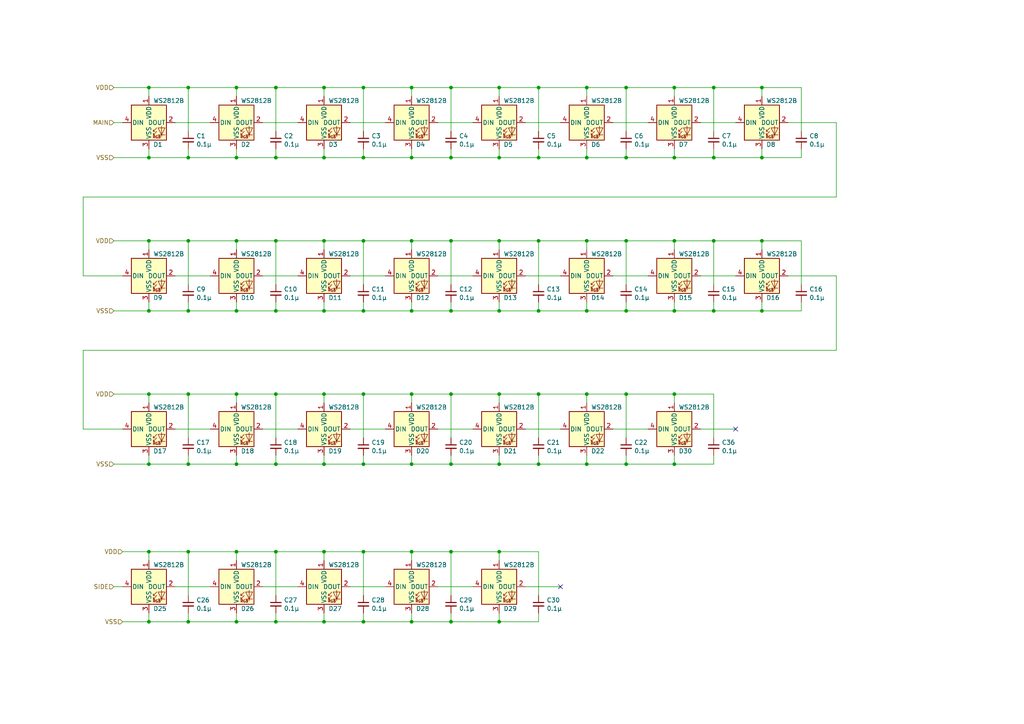
<source format=kicad_sch>
(kicad_sch (version 20230121) (generator eeschema)
  (paper "A4")
  (title_block (title "Self contained addressible RGB ring for 3M 501") (date "2024-01-06") (rev "r0") (company "xenua"))
  (lib_symbols
    (symbol "Device:C_Small" (pin_numbers hide) (pin_names (offset 0.254) hide)
      (property "Reference" "C" (at 0.254 1.778 0))
      (property "Value" "C_Small" (at 0.254 -2.032 0))
      (symbol "C_Small_0_1"
        (polyline (pts (xy -1.524 -0.508) (xy 1.524 -0.508)) (stroke (width 0.3302)))
        (polyline (pts (xy -1.524 0.508) (xy 1.524 0.508)) (stroke (width 0.3048)))
      )
      (symbol "C_Small_1_1"
        (pin passive line (at 0 2.54 270) (length 2.032) (name "~") (number "1"))
        (pin passive line (at 0 -2.54 90) (length 2.032) (name "~") (number "2"))
      )
    )
    (symbol "LED:WS2812B" (pin_names (offset 0.254))
      (property "Reference" "D" (at 5.08 5.715 0))
      (property "Value" "WS2812B" (at 1.27 -5.715 0))
      (symbol "WS2812B_0_0"
        (text "RGB" (at 2.286 -4.191 0) (effects (font (size 0.762 0.762))))
      )
      (symbol "WS2812B_0_1"
        (polyline (pts (xy 1.27 -3.556) (xy 1.778 -3.556)))
        (polyline (pts (xy 1.27 -2.54) (xy 1.778 -2.54)))
        (polyline (pts (xy 4.699 -3.556) (xy 2.667 -3.556)))
        (polyline (pts (xy 2.286 -2.54) (xy 1.27 -3.556) (xy 1.27 -3.048)))
        (polyline (pts (xy 2.286 -1.524) (xy 1.27 -2.54) (xy 1.27 -2.032)))
        (polyline (pts (xy 3.683 -1.016) (xy 3.683 -3.556) (xy 3.683 -4.064)))
        (polyline (pts (xy 4.699 -1.524) (xy 2.667 -1.524) (xy 3.683 -3.556) (xy 4.699 -1.524)))
        (rectangle (start 5.08 5.08) (end -5.08 -5.08) (stroke (width 0.254)) (fill (type background)))
      )
      (symbol "WS2812B_1_1"
        (pin power_in line (at 0 7.62 270) (length 2.54) (name "VDD") (number "1"))
        (pin output line (at 7.62 0 180) (length 2.54) (name "DOUT") (number "2"))
        (pin power_in line (at 0 -7.62 90) (length 2.54) (name "VSS") (number "3"))
        (pin input line (at -7.62 0 0) (length 2.54) (name "DIN") (number "4"))
      )
    )
  )
  (junction (at 105.41 25.4))
  (junction (at 144.78 114.3))
  (junction (at 144.78 90.17))
  (junction (at 156.21 114.3))
  (junction (at 207.01 90.17))
  (junction (at 80.01 160.02))
  (junction (at 80.01 114.3))
  (junction (at 119.38 160.02))
  (junction (at 68.58 25.4))
  (junction (at 119.38 25.4))
  (junction (at 68.58 114.3))
  (junction (at 54.61 114.3))
  (junction (at 43.18 25.4))
  (junction (at 220.98 45.72))
  (junction (at 119.38 134.62))
  (junction (at 170.18 114.3))
  (junction (at 170.18 69.85))
  (junction (at 195.58 45.72))
  (junction (at 43.18 69.85))
  (junction (at 80.01 180.34))
  (junction (at 207.01 25.4))
  (junction (at 130.81 160.02))
  (junction (at 80.01 25.4))
  (junction (at 105.41 160.02))
  (junction (at 93.98 180.34))
  (junction (at 119.38 45.72))
  (junction (at 144.78 69.85))
  (junction (at 130.81 45.72))
  (junction (at 68.58 45.72))
  (junction (at 119.38 69.85))
  (junction (at 195.58 25.4))
  (junction (at 144.78 45.72))
  (junction (at 181.61 25.4))
  (junction (at 43.18 45.72))
  (junction (at 195.58 90.17))
  (junction (at 144.78 160.02))
  (junction (at 156.21 45.72))
  (junction (at 220.98 69.85))
  (junction (at 220.98 90.17))
  (junction (at 68.58 90.17))
  (junction (at 80.01 134.62))
  (junction (at 156.21 134.62))
  (junction (at 105.41 90.17))
  (junction (at 105.41 134.62))
  (junction (at 130.81 69.85))
  (junction (at 68.58 134.62))
  (junction (at 93.98 25.4))
  (junction (at 156.21 69.85))
  (junction (at 144.78 180.34))
  (junction (at 54.61 160.02))
  (junction (at 80.01 69.85))
  (junction (at 43.18 180.34))
  (junction (at 105.41 114.3))
  (junction (at 195.58 114.3))
  (junction (at 105.41 180.34))
  (junction (at 43.18 114.3))
  (junction (at 54.61 180.34))
  (junction (at 54.61 69.85))
  (junction (at 144.78 134.62))
  (junction (at 144.78 25.4))
  (junction (at 170.18 134.62))
  (junction (at 170.18 45.72))
  (junction (at 93.98 69.85))
  (junction (at 80.01 90.17))
  (junction (at 170.18 25.4))
  (junction (at 130.81 90.17))
  (junction (at 195.58 134.62))
  (junction (at 156.21 90.17))
  (junction (at 80.01 45.72))
  (junction (at 119.38 90.17))
  (junction (at 181.61 134.62))
  (junction (at 93.98 90.17))
  (junction (at 105.41 45.72))
  (junction (at 119.38 180.34))
  (junction (at 68.58 69.85))
  (junction (at 207.01 69.85))
  (junction (at 181.61 114.3))
  (junction (at 130.81 114.3))
  (junction (at 93.98 114.3))
  (junction (at 220.98 25.4))
  (junction (at 195.58 69.85))
  (junction (at 43.18 90.17))
  (junction (at 93.98 134.62))
  (junction (at 181.61 69.85))
  (junction (at 130.81 25.4))
  (junction (at 181.61 45.72))
  (junction (at 130.81 134.62))
  (junction (at 93.98 45.72))
  (junction (at 43.18 134.62))
  (junction (at 54.61 25.4))
  (junction (at 68.58 160.02))
  (junction (at 93.98 160.02))
  (junction (at 170.18 90.17))
  (junction (at 54.61 90.17))
  (junction (at 156.21 25.4))
  (junction (at 119.38 114.3))
  (junction (at 43.18 160.02))
  (junction (at 54.61 134.62))
  (junction (at 68.58 180.34))
  (junction (at 181.61 90.17))
  (junction (at 105.41 69.85))
  (junction (at 207.01 45.72))
  (junction (at 130.81 180.34))
  (junction (at 54.61 45.72))
  (no_connect (at 213.36 124.46))
  (no_connect (at 162.56 170.18))
  (wire (pts (xy 43.18 25.4) (xy 43.18 27.94)))
  (wire (pts (xy 33.02 114.3) (xy 43.18 114.3)))
  (wire (pts (xy 144.78 160.02) (xy 144.78 162.56)))
  (wire (pts (xy 80.01 114.3) (xy 68.58 114.3)))
  (wire (pts (xy 76.2 170.18) (xy 86.36 170.18)))
  (wire (pts (xy 54.61 134.62) (xy 43.18 134.62)))
  (wire (pts (xy 80.01 160.02) (xy 80.01 172.72)))
  (wire (pts (xy 43.18 45.72) (xy 43.18 43.18)))
  (wire (pts (xy 54.61 45.72) (xy 68.58 45.72)))
  (wire (pts (xy 24.13 57.15) (xy 24.13 80.01)))
  (wire (pts (xy 80.01 160.02) (xy 93.98 160.02)))
  (wire (pts (xy 68.58 180.34) (xy 68.58 177.8)))
  (wire (pts (xy 105.41 45.72) (xy 93.98 45.72)))
  (wire (pts (xy 195.58 90.17) (xy 195.58 87.63)))
  (wire (pts (xy 54.61 132.08) (xy 54.61 134.62)))
  (wire (pts (xy 24.13 80.01) (xy 35.56 80.01)))
  (wire (pts (xy 207.01 38.1) (xy 207.01 25.4)))
  (wire (pts (xy 76.2 35.56) (xy 86.36 35.56)))
  (wire (pts (xy 130.81 180.34) (xy 144.78 180.34)))
  (wire (pts (xy 54.61 38.1) (xy 54.61 25.4)))
  (wire (pts (xy 181.61 45.72) (xy 170.18 45.72)))
  (wire (pts (xy 101.6 124.46) (xy 111.76 124.46)))
  (wire (pts (xy 130.81 82.55) (xy 130.81 69.85)))
  (wire (pts (xy 33.02 25.4) (xy 43.18 25.4)))
  (wire (pts (xy 35.56 160.02) (xy 43.18 160.02)))
  (wire (pts (xy 80.01 69.85) (xy 93.98 69.85)))
  (wire (pts (xy 80.01 134.62) (xy 93.98 134.62)))
  (wire (pts (xy 156.21 90.17) (xy 144.78 90.17)))
  (wire (pts (xy 80.01 43.18) (xy 80.01 45.72)))
  (wire (pts (xy 80.01 90.17) (xy 93.98 90.17)))
  (wire (pts (xy 43.18 114.3) (xy 43.18 116.84)))
  (wire (pts (xy 43.18 180.34) (xy 43.18 177.8)))
  (wire (pts (xy 242.57 57.15) (xy 24.13 57.15)))
  (wire (pts (xy 156.21 45.72) (xy 144.78 45.72)))
  (wire (pts (xy 119.38 134.62) (xy 119.38 132.08)))
  (wire (pts (xy 130.81 38.1) (xy 130.81 25.4)))
  (wire (pts (xy 242.57 101.6) (xy 24.13 101.6)))
  (wire (pts (xy 105.41 45.72) (xy 119.38 45.72)))
  (wire (pts (xy 54.61 127) (xy 54.61 114.3)))
  (wire (pts (xy 232.41 82.55) (xy 232.41 69.85)))
  (wire (pts (xy 156.21 45.72) (xy 170.18 45.72)))
  (wire (pts (xy 207.01 69.85) (xy 195.58 69.85)))
  (wire (pts (xy 152.4 124.46) (xy 162.56 124.46)))
  (wire (pts (xy 80.01 180.34) (xy 80.01 177.8)))
  (wire (pts (xy 93.98 45.72) (xy 93.98 43.18)))
  (wire (pts (xy 68.58 45.72) (xy 68.58 43.18)))
  (wire (pts (xy 127 35.56) (xy 137.16 35.56)))
  (wire (pts (xy 105.41 134.62) (xy 119.38 134.62)))
  (wire (pts (xy 93.98 114.3) (xy 93.98 116.84)))
  (wire (pts (xy 93.98 134.62) (xy 93.98 132.08)))
  (wire (pts (xy 130.81 180.34) (xy 130.81 177.8)))
  (wire (pts (xy 144.78 180.34) (xy 156.21 180.34)))
  (wire (pts (xy 207.01 25.4) (xy 195.58 25.4)))
  (wire (pts (xy 54.61 87.63) (xy 54.61 90.17)))
  (wire (pts (xy 181.61 45.72) (xy 195.58 45.72)))
  (wire (pts (xy 181.61 132.08) (xy 181.61 134.62)))
  (wire (pts (xy 93.98 180.34) (xy 93.98 177.8)))
  (wire (pts (xy 105.41 69.85) (xy 119.38 69.85)))
  (wire (pts (xy 156.21 114.3) (xy 170.18 114.3)))
  (wire (pts (xy 68.58 25.4) (xy 68.58 27.94)))
  (wire (pts (xy 80.01 87.63) (xy 80.01 90.17)))
  (wire (pts (xy 105.41 90.17) (xy 119.38 90.17)))
  (wire (pts (xy 119.38 180.34) (xy 119.38 177.8)))
  (wire (pts (xy 181.61 25.4) (xy 170.18 25.4)))
  (wire (pts (xy 93.98 69.85) (xy 93.98 72.39)))
  (wire (pts (xy 144.78 90.17) (xy 144.78 87.63)))
  (wire (pts (xy 156.21 69.85) (xy 170.18 69.85)))
  (wire (pts (xy 156.21 38.1) (xy 156.21 25.4)))
  (wire (pts (xy 130.81 134.62) (xy 144.78 134.62)))
  (wire (pts (xy 207.01 134.62) (xy 195.58 134.62)))
  (wire (pts (xy 181.61 90.17) (xy 195.58 90.17)))
  (wire (pts (xy 105.41 87.63) (xy 105.41 90.17)))
  (wire (pts (xy 119.38 160.02) (xy 130.81 160.02)))
  (wire (pts (xy 54.61 45.72) (xy 43.18 45.72)))
  (wire (pts (xy 181.61 134.62) (xy 170.18 134.62)))
  (wire (pts (xy 43.18 180.34) (xy 54.61 180.34)))
  (wire (pts (xy 54.61 25.4) (xy 43.18 25.4)))
  (wire (pts (xy 207.01 82.55) (xy 207.01 69.85)))
  (wire (pts (xy 105.41 134.62) (xy 93.98 134.62)))
  (wire (pts (xy 144.78 160.02) (xy 156.21 160.02)))
  (wire (pts (xy 207.01 43.18) (xy 207.01 45.72)))
  (wire (pts (xy 144.78 180.34) (xy 144.78 177.8)))
  (wire (pts (xy 119.38 180.34) (xy 130.81 180.34)))
  (wire (pts (xy 170.18 90.17) (xy 170.18 87.63)))
  (wire (pts (xy 50.8 124.46) (xy 60.96 124.46)))
  (wire (pts (xy 54.61 82.55) (xy 54.61 69.85)))
  (wire (pts (xy 242.57 35.56) (xy 242.57 57.15)))
  (wire (pts (xy 130.81 25.4) (xy 144.78 25.4)))
  (wire (pts (xy 156.21 82.55) (xy 156.21 69.85)))
  (wire (pts (xy 130.81 43.18) (xy 130.81 45.72)))
  (wire (pts (xy 54.61 69.85) (xy 68.58 69.85)))
  (wire (pts (xy 80.01 69.85) (xy 68.58 69.85)))
  (wire (pts (xy 232.41 38.1) (xy 232.41 25.4)))
  (wire (pts (xy 170.18 134.62) (xy 170.18 132.08)))
  (wire (pts (xy 242.57 80.01) (xy 242.57 101.6)))
  (wire (pts (xy 68.58 160.02) (xy 68.58 162.56)))
  (wire (pts (xy 130.81 114.3) (xy 144.78 114.3)))
  (wire (pts (xy 181.61 69.85) (xy 195.58 69.85)))
  (wire (pts (xy 156.21 114.3) (xy 144.78 114.3)))
  (wire (pts (xy 68.58 114.3) (xy 68.58 116.84)))
  (wire (pts (xy 43.18 90.17) (xy 43.18 87.63)))
  (wire (pts (xy 127 170.18) (xy 137.16 170.18)))
  (wire (pts (xy 68.58 69.85) (xy 68.58 72.39)))
  (wire (pts (xy 54.61 114.3) (xy 43.18 114.3)))
  (wire (pts (xy 119.38 69.85) (xy 119.38 72.39)))
  (wire (pts (xy 144.78 114.3) (xy 144.78 116.84)))
  (wire (pts (xy 207.01 90.17) (xy 220.98 90.17)))
  (wire (pts (xy 105.41 114.3) (xy 93.98 114.3)))
  (wire (pts (xy 119.38 45.72) (xy 119.38 43.18)))
  (wire (pts (xy 119.38 25.4) (xy 119.38 27.94)))
  (wire (pts (xy 195.58 69.85) (xy 195.58 72.39)))
  (wire (pts (xy 181.61 43.18) (xy 181.61 45.72)))
  (wire (pts (xy 203.2 80.01) (xy 213.36 80.01)))
  (wire (pts (xy 181.61 114.3) (xy 195.58 114.3)))
  (wire (pts (xy 80.01 90.17) (xy 68.58 90.17)))
  (wire (pts (xy 24.13 124.46) (xy 35.56 124.46)))
  (wire (pts (xy 54.61 180.34) (xy 54.61 177.8)))
  (wire (pts (xy 181.61 69.85) (xy 170.18 69.85)))
  (wire (pts (xy 232.41 90.17) (xy 220.98 90.17)))
  (wire (pts (xy 50.8 170.18) (xy 60.96 170.18)))
  (wire (pts (xy 33.02 45.72) (xy 43.18 45.72)))
  (wire (pts (xy 232.41 45.72) (xy 220.98 45.72)))
  (wire (pts (xy 105.41 180.34) (xy 119.38 180.34)))
  (wire (pts (xy 152.4 170.18) (xy 162.56 170.18)))
  (wire (pts (xy 24.13 101.6) (xy 24.13 124.46)))
  (wire (pts (xy 181.61 127) (xy 181.61 114.3)))
  (wire (pts (xy 105.41 180.34) (xy 105.41 177.8)))
  (wire (pts (xy 105.41 25.4) (xy 93.98 25.4)))
  (wire (pts (xy 181.61 114.3) (xy 170.18 114.3)))
  (wire (pts (xy 43.18 160.02) (xy 43.18 162.56)))
  (wire (pts (xy 220.98 69.85) (xy 220.98 72.39)))
  (wire (pts (xy 105.41 114.3) (xy 119.38 114.3)))
  (wire (pts (xy 207.01 45.72) (xy 195.58 45.72)))
  (wire (pts (xy 93.98 180.34) (xy 105.41 180.34)))
  (wire (pts (xy 93.98 160.02) (xy 105.41 160.02)))
  (wire (pts (xy 68.58 134.62) (xy 68.58 132.08)))
  (wire (pts (xy 181.61 38.1) (xy 181.61 25.4)))
  (wire (pts (xy 105.41 132.08) (xy 105.41 134.62)))
  (wire (pts (xy 177.8 35.56) (xy 187.96 35.56)))
  (wire (pts (xy 130.81 45.72) (xy 119.38 45.72)))
  (wire (pts (xy 54.61 90.17) (xy 43.18 90.17)))
  (wire (pts (xy 207.01 87.63) (xy 207.01 90.17)))
  (wire (pts (xy 203.2 35.56) (xy 213.36 35.56)))
  (wire (pts (xy 130.81 127) (xy 130.81 114.3)))
  (wire (pts (xy 228.6 80.01) (xy 242.57 80.01)))
  (wire (pts (xy 207.01 114.3) (xy 195.58 114.3)))
  (wire (pts (xy 156.21 69.85) (xy 144.78 69.85)))
  (wire (pts (xy 156.21 25.4) (xy 144.78 25.4)))
  (wire (pts (xy 195.58 134.62) (xy 195.58 132.08)))
  (wire (pts (xy 127 124.46) (xy 137.16 124.46)))
  (wire (pts (xy 207.01 90.17) (xy 195.58 90.17)))
  (wire (pts (xy 130.81 160.02) (xy 144.78 160.02)))
  (wire (pts (xy 76.2 80.01) (xy 86.36 80.01)))
  (wire (pts (xy 35.56 180.34) (xy 43.18 180.34)))
  (wire (pts (xy 144.78 69.85) (xy 144.78 72.39)))
  (wire (pts (xy 33.02 90.17) (xy 43.18 90.17)))
  (wire (pts (xy 80.01 25.4) (xy 68.58 25.4)))
  (wire (pts (xy 181.61 25.4) (xy 195.58 25.4)))
  (wire (pts (xy 220.98 90.17) (xy 220.98 87.63)))
  (wire (pts (xy 130.81 134.62) (xy 119.38 134.62)))
  (wire (pts (xy 130.81 90.17) (xy 144.78 90.17)))
  (wire (pts (xy 232.41 43.18) (xy 232.41 45.72)))
  (wire (pts (xy 152.4 35.56) (xy 162.56 35.56)))
  (wire (pts (xy 144.78 45.72) (xy 144.78 43.18)))
  (wire (pts (xy 228.6 35.56) (xy 242.57 35.56)))
  (wire (pts (xy 54.61 90.17) (xy 68.58 90.17)))
  (wire (pts (xy 170.18 114.3) (xy 170.18 116.84)))
  (wire (pts (xy 195.58 45.72) (xy 195.58 43.18)))
  (wire (pts (xy 80.01 45.72) (xy 68.58 45.72)))
  (wire (pts (xy 105.41 69.85) (xy 93.98 69.85)))
  (wire (pts (xy 68.58 90.17) (xy 68.58 87.63)))
  (wire (pts (xy 119.38 90.17) (xy 119.38 87.63)))
  (wire (pts (xy 76.2 124.46) (xy 86.36 124.46)))
  (wire (pts (xy 203.2 124.46) (xy 213.36 124.46)))
  (wire (pts (xy 93.98 90.17) (xy 93.98 87.63)))
  (wire (pts (xy 54.61 25.4) (xy 68.58 25.4)))
  (wire (pts (xy 93.98 25.4) (xy 93.98 27.94)))
  (wire (pts (xy 195.58 114.3) (xy 195.58 116.84)))
  (wire (pts (xy 130.81 160.02) (xy 130.81 172.72)))
  (wire (pts (xy 232.41 87.63) (xy 232.41 90.17)))
  (wire (pts (xy 144.78 25.4) (xy 144.78 27.94)))
  (wire (pts (xy 105.41 82.55) (xy 105.41 69.85)))
  (wire (pts (xy 80.01 132.08) (xy 80.01 134.62)))
  (wire (pts (xy 156.21 43.18) (xy 156.21 45.72)))
  (wire (pts (xy 105.41 43.18) (xy 105.41 45.72)))
  (wire (pts (xy 156.21 87.63) (xy 156.21 90.17)))
  (wire (pts (xy 207.01 127) (xy 207.01 114.3)))
  (wire (pts (xy 43.18 160.02) (xy 54.61 160.02)))
  (wire (pts (xy 156.21 132.08) (xy 156.21 134.62)))
  (wire (pts (xy 80.01 38.1) (xy 80.01 25.4)))
  (wire (pts (xy 33.02 69.85) (xy 43.18 69.85)))
  (wire (pts (xy 156.21 134.62) (xy 170.18 134.62)))
  (wire (pts (xy 54.61 160.02) (xy 54.61 172.72)))
  (wire (pts (xy 80.01 180.34) (xy 93.98 180.34)))
  (wire (pts (xy 101.6 170.18) (xy 111.76 170.18)))
  (wire (pts (xy 156.21 127) (xy 156.21 114.3)))
  (wire (pts (xy 130.81 114.3) (xy 119.38 114.3)))
  (wire (pts (xy 156.21 180.34) (xy 156.21 177.8)))
  (wire (pts (xy 144.78 134.62) (xy 144.78 132.08)))
  (wire (pts (xy 80.01 45.72) (xy 93.98 45.72)))
  (wire (pts (xy 130.81 90.17) (xy 119.38 90.17)))
  (wire (pts (xy 156.21 134.62) (xy 144.78 134.62)))
  (wire (pts (xy 220.98 45.72) (xy 220.98 43.18)))
  (wire (pts (xy 170.18 69.85) (xy 170.18 72.39)))
  (wire (pts (xy 105.41 25.4) (xy 119.38 25.4)))
  (wire (pts (xy 33.02 170.18) (xy 35.56 170.18)))
  (wire (pts (xy 33.02 134.62) (xy 43.18 134.62)))
  (wire (pts (xy 207.01 25.4) (xy 220.98 25.4)))
  (wire (pts (xy 152.4 80.01) (xy 162.56 80.01)))
  (wire (pts (xy 130.81 87.63) (xy 130.81 90.17)))
  (wire (pts (xy 220.98 25.4) (xy 220.98 27.94)))
  (wire (pts (xy 177.8 80.01) (xy 187.96 80.01)))
  (wire (pts (xy 105.41 38.1) (xy 105.41 25.4)))
  (wire (pts (xy 54.61 134.62) (xy 68.58 134.62)))
  (wire (pts (xy 80.01 114.3) (xy 93.98 114.3)))
  (wire (pts (xy 170.18 45.72) (xy 170.18 43.18)))
  (wire (pts (xy 80.01 127) (xy 80.01 114.3)))
  (wire (pts (xy 130.81 132.08) (xy 130.81 134.62)))
  (wire (pts (xy 33.02 35.56) (xy 35.56 35.56)))
  (wire (pts (xy 50.8 35.56) (xy 60.96 35.56)))
  (wire (pts (xy 54.61 114.3) (xy 68.58 114.3)))
  (wire (pts (xy 156.21 90.17) (xy 170.18 90.17)))
  (wire (pts (xy 130.81 69.85) (xy 144.78 69.85)))
  (wire (pts (xy 119.38 114.3) (xy 119.38 116.84)))
  (wire (pts (xy 156.21 25.4) (xy 170.18 25.4)))
  (wire (pts (xy 68.58 160.02) (xy 80.01 160.02)))
  (wire (pts (xy 119.38 160.02) (xy 119.38 162.56)))
  (wire (pts (xy 54.61 43.18) (xy 54.61 45.72)))
  (wire (pts (xy 105.41 127) (xy 105.41 114.3)))
  (wire (pts (xy 43.18 134.62) (xy 43.18 132.08)))
  (wire (pts (xy 93.98 160.02) (xy 93.98 162.56)))
  (wire (pts (xy 101.6 80.01) (xy 111.76 80.01)))
  (wire (pts (xy 156.21 160.02) (xy 156.21 172.72)))
  (wire (pts (xy 181.61 87.63) (xy 181.61 90.17)))
  (wire (pts (xy 232.41 25.4) (xy 220.98 25.4)))
  (wire (pts (xy 54.61 180.34) (xy 68.58 180.34)))
  (wire (pts (xy 181.61 82.55) (xy 181.61 69.85)))
  (wire (pts (xy 181.61 134.62) (xy 195.58 134.62)))
  (wire (pts (xy 68.58 180.34) (xy 80.01 180.34)))
  (wire (pts (xy 130.81 25.4) (xy 119.38 25.4)))
  (wire (pts (xy 130.81 69.85) (xy 119.38 69.85)))
  (wire (pts (xy 54.61 160.02) (xy 68.58 160.02)))
  (wire (pts (xy 207.01 69.85) (xy 220.98 69.85)))
  (wire (pts (xy 130.81 45.72) (xy 144.78 45.72)))
  (wire (pts (xy 232.41 69.85) (xy 220.98 69.85)))
  (wire (pts (xy 127 80.01) (xy 137.16 80.01)))
  (wire (pts (xy 43.18 69.85) (xy 43.18 72.39)))
  (wire (pts (xy 177.8 124.46) (xy 187.96 124.46)))
  (wire (pts (xy 207.01 45.72) (xy 220.98 45.72)))
  (wire (pts (xy 181.61 90.17) (xy 170.18 90.17)))
  (wire (pts (xy 80.01 82.55) (xy 80.01 69.85)))
  (wire (pts (xy 105.41 160.02) (xy 119.38 160.02)))
  (wire (pts (xy 54.61 69.85) (xy 43.18 69.85)))
  (wire (pts (xy 80.01 134.62) (xy 68.58 134.62)))
  (wire (pts (xy 195.58 25.4) (xy 195.58 27.94)))
  (wire (pts (xy 207.01 132.08) (xy 207.01 134.62)))
  (wire (pts (xy 105.41 90.17) (xy 93.98 90.17)))
  (wire (pts (xy 80.01 25.4) (xy 93.98 25.4)))
  (wire (pts (xy 170.18 25.4) (xy 170.18 27.94)))
  (wire (pts (xy 101.6 35.56) (xy 111.76 35.56)))
  (wire (pts (xy 50.8 80.01) (xy 60.96 80.01)))
  (wire (pts (xy 105.41 160.02) (xy 105.41 172.72)))
  (hierarchical_label "VSS" (shape input) (at 35.56 180.34 180))
  (hierarchical_label "VSS" (shape input) (at 33.02 90.17 180))
  (hierarchical_label "VDD" (shape input) (at 33.02 69.85 180))
  (hierarchical_label "SIDE" (shape input) (at 33.02 170.18 180))
  (hierarchical_label "MAIN" (shape input) (at 33.02 35.56 180))
  (hierarchical_label "VSS" (shape input) (at 33.02 45.72 180))
  (hierarchical_label "VSS" (shape input) (at 33.02 134.62 180))
  (hierarchical_label "VDD" (shape input) (at 33.02 114.3 180))
  (hierarchical_label "VDD" (shape input) (at 35.56 160.02 180))
  (hierarchical_label "VDD" (shape input) (at 33.02 25.4 180))
  (symbol (lib_id "Device:C_Small") (at 105.41 175.26 0) (unit 1)
    (property "Reference" "C28" (at 107.7341 174.0542 0) (effects (justify left)))
    (property "Value" "0.1µ" (at 107.7341 176.4784 0) (effects (justify left)))
    (property "Footprint" "Capacitor_SMD:C_0402_1005Metric" (effects hide))
  )
  (symbol (lib_id "Device:C_Small") (at 156.21 40.64 0) (unit 1)
    (property "Reference" "C5" (at 158.5341 39.4342 0) (effects (justify left)))
    (property "Value" "0.1µ" (at 158.5341 41.8584 0) (effects (justify left)))
    (property "Footprint" "Capacitor_SMD:C_0402_1005Metric" (effects hide))
  )
  (symbol (lib_id "LED:WS2812B") (at 144.78 80.01 0) (unit 1)
    (property "Reference" "D13" (at 146.05 86.36 0) (effects (justify left)))
    (property "Value" "WS2812B" (at 146.05 73.66 0) (effects (justify left)))
    (property "Footprint" "xenua:WS2812B_2020" (effects hide))
    (property "Datasheet" "https://cdn-shop.adafruit.com/datasheets/WS2812B.pdf" (effects hide))
  )
  (symbol (lib_id "Device:C_Small") (at 80.01 85.09 0) (unit 1)
    (property "Reference" "C10" (at 82.3341 83.8842 0) (effects (justify left)))
    (property "Value" "0.1µ" (at 82.3341 86.3084 0) (effects (justify left)))
    (property "Footprint" "Capacitor_SMD:C_0402_1005Metric" (effects hide))
  )
  (symbol (lib_id "LED:WS2812B") (at 220.98 80.01 0) (unit 1)
    (property "Reference" "D16" (at 222.25 86.36 0) (effects (justify left)))
    (property "Value" "WS2812B" (at 222.25 73.66 0) (effects (justify left)))
    (property "Footprint" "xenua:WS2812B_2020" (effects hide))
    (property "Datasheet" "https://cdn-shop.adafruit.com/datasheets/WS2812B.pdf" (effects hide))
  )
  (symbol (lib_id "Device:C_Small") (at 181.61 129.54 0) (unit 1)
    (property "Reference" "C22" (at 183.9341 128.3342 0) (effects (justify left)))
    (property "Value" "0.1µ" (at 183.9341 130.7584 0) (effects (justify left)))
    (property "Footprint" "Capacitor_SMD:C_0402_1005Metric" (effects hide))
  )
  (symbol (lib_id "LED:WS2812B") (at 93.98 35.56 0) (unit 1)
    (property "Reference" "D3" (at 95.25 41.91 0) (effects (justify left)))
    (property "Value" "WS2812B" (at 95.25 29.21 0) (effects (justify left)))
    (property "Footprint" "xenua:WS2812B_2020" (effects hide))
    (property "Datasheet" "https://cdn-shop.adafruit.com/datasheets/WS2812B.pdf" (effects hide))
  )
  (symbol (lib_id "Device:C_Small") (at 207.01 129.54 0) (unit 1)
    (property "Reference" "C36" (at 209.3341 128.3342 0) (effects (justify left)))
    (property "Value" "0.1µ" (at 209.3341 130.7584 0) (effects (justify left)))
    (property "Footprint" "Capacitor_SMD:C_0402_1005Metric" (effects hide))
  )
  (symbol (lib_id "Device:C_Small") (at 232.41 40.64 0) (unit 1)
    (property "Reference" "C8" (at 234.7341 39.4342 0) (effects (justify left)))
    (property "Value" "0.1µ" (at 234.7341 41.8584 0) (effects (justify left)))
    (property "Footprint" "Capacitor_SMD:C_0402_1005Metric" (effects hide))
  )
  (symbol (lib_id "LED:WS2812B") (at 170.18 35.56 0) (unit 1)
    (property "Reference" "D6" (at 171.45 41.91 0) (effects (justify left)))
    (property "Value" "WS2812B" (at 171.45 29.21 0) (effects (justify left)))
    (property "Footprint" "xenua:WS2812B_2020" (effects hide))
    (property "Datasheet" "https://cdn-shop.adafruit.com/datasheets/WS2812B.pdf" (effects hide))
  )
  (symbol (lib_id "LED:WS2812B") (at 144.78 170.18 0) (unit 1)
    (property "Reference" "D29" (at 146.05 176.53 0) (effects (justify left)))
    (property "Value" "WS2812B" (at 146.05 163.83 0) (effects (justify left)))
    (property "Footprint" "xenua:WS2812B_2040_Sideways" (effects hide))
    (property "Datasheet" "https://cdn-shop.adafruit.com/datasheets/WS2812B.pdf" (effects hide))
  )
  (symbol (lib_id "LED:WS2812B") (at 195.58 80.01 0) (unit 1)
    (property "Reference" "D15" (at 196.85 86.36 0) (effects (justify left)))
    (property "Value" "WS2812B" (at 196.85 73.66 0) (effects (justify left)))
    (property "Footprint" "xenua:WS2812B_2020" (effects hide))
    (property "Datasheet" "https://cdn-shop.adafruit.com/datasheets/WS2812B.pdf" (effects hide))
  )
  (symbol (lib_id "LED:WS2812B") (at 119.38 80.01 0) (unit 1)
    (property "Reference" "D12" (at 120.65 86.36 0) (effects (justify left)))
    (property "Value" "WS2812B" (at 120.65 73.66 0) (effects (justify left)))
    (property "Footprint" "xenua:WS2812B_2020" (effects hide))
    (property "Datasheet" "https://cdn-shop.adafruit.com/datasheets/WS2812B.pdf" (effects hide))
  )
  (symbol (lib_id "Device:C_Small") (at 130.81 85.09 0) (unit 1)
    (property "Reference" "C12" (at 133.1341 83.8842 0) (effects (justify left)))
    (property "Value" "0.1µ" (at 133.1341 86.3084 0) (effects (justify left)))
    (property "Footprint" "Capacitor_SMD:C_0402_1005Metric" (effects hide))
  )
  (symbol (lib_id "Device:C_Small") (at 207.01 40.64 0) (unit 1)
    (property "Reference" "C7" (at 209.3341 39.4342 0) (effects (justify left)))
    (property "Value" "0.1µ" (at 209.3341 41.8584 0) (effects (justify left)))
    (property "Footprint" "Capacitor_SMD:C_0402_1005Metric" (effects hide))
  )
  (symbol (lib_id "LED:WS2812B") (at 93.98 80.01 0) (unit 1)
    (property "Reference" "D11" (at 95.25 86.36 0) (effects (justify left)))
    (property "Value" "WS2812B" (at 95.25 73.66 0) (effects (justify left)))
    (property "Footprint" "xenua:WS2812B_2020" (effects hide))
    (property "Datasheet" "https://cdn-shop.adafruit.com/datasheets/WS2812B.pdf" (effects hide))
  )
  (symbol (lib_id "LED:WS2812B") (at 93.98 124.46 0) (unit 1)
    (property "Reference" "D19" (at 95.25 130.81 0) (effects (justify left)))
    (property "Value" "WS2812B" (at 95.25 118.11 0) (effects (justify left)))
    (property "Footprint" "xenua:WS2812B_2020" (effects hide))
    (property "Datasheet" "https://cdn-shop.adafruit.com/datasheets/WS2812B.pdf" (effects hide))
  )
  (symbol (lib_id "Device:C_Small") (at 232.41 85.09 0) (unit 1)
    (property "Reference" "C16" (at 234.7341 83.8842 0) (effects (justify left)))
    (property "Value" "0.1µ" (at 234.7341 86.3084 0) (effects (justify left)))
    (property "Footprint" "Capacitor_SMD:C_0402_1005Metric" (effects hide))
  )
  (symbol (lib_id "Device:C_Small") (at 54.61 175.26 0) (unit 1)
    (property "Reference" "C26" (at 56.9341 174.0542 0) (effects (justify left)))
    (property "Value" "0.1µ" (at 56.9341 176.4784 0) (effects (justify left)))
    (property "Footprint" "Capacitor_SMD:C_0402_1005Metric" (effects hide))
  )
  (symbol (lib_id "Device:C_Small") (at 156.21 129.54 0) (unit 1)
    (property "Reference" "C21" (at 158.5341 128.3342 0) (effects (justify left)))
    (property "Value" "0.1µ" (at 158.5341 130.7584 0) (effects (justify left)))
    (property "Footprint" "Capacitor_SMD:C_0402_1005Metric" (effects hide))
  )
  (symbol (lib_id "Device:C_Small") (at 156.21 85.09 0) (unit 1)
    (property "Reference" "C13" (at 158.5341 83.8842 0) (effects (justify left)))
    (property "Value" "0.1µ" (at 158.5341 86.3084 0) (effects (justify left)))
    (property "Footprint" "Capacitor_SMD:C_0402_1005Metric" (effects hide))
  )
  (symbol (lib_id "Device:C_Small") (at 54.61 40.64 0) (unit 1)
    (property "Reference" "C1" (at 56.9341 39.4342 0) (effects (justify left)))
    (property "Value" "0.1µ" (at 56.9341 41.8584 0) (effects (justify left)))
    (property "Footprint" "Capacitor_SMD:C_0402_1005Metric" (effects hide))
  )
  (symbol (lib_id "LED:WS2812B") (at 43.18 80.01 0) (unit 1)
    (property "Reference" "D9" (at 44.45 86.36 0) (effects (justify left)))
    (property "Value" "WS2812B" (at 44.45 73.66 0) (effects (justify left)))
    (property "Footprint" "xenua:WS2812B_2020" (effects hide))
    (property "Datasheet" "https://cdn-shop.adafruit.com/datasheets/WS2812B.pdf" (effects hide))
  )
  (symbol (lib_id "LED:WS2812B") (at 144.78 124.46 0) (unit 1)
    (property "Reference" "D21" (at 146.05 130.81 0) (effects (justify left)))
    (property "Value" "WS2812B" (at 146.05 118.11 0) (effects (justify left)))
    (property "Footprint" "xenua:WS2812B_2020" (effects hide))
    (property "Datasheet" "https://cdn-shop.adafruit.com/datasheets/WS2812B.pdf" (effects hide))
  )
  (symbol (lib_id "Device:C_Small") (at 207.01 85.09 0) (unit 1)
    (property "Reference" "C15" (at 209.3341 83.8842 0) (effects (justify left)))
    (property "Value" "0.1µ" (at 209.3341 86.3084 0) (effects (justify left)))
    (property "Footprint" "Capacitor_SMD:C_0402_1005Metric" (effects hide))
  )
  (symbol (lib_id "LED:WS2812B") (at 220.98 35.56 0) (unit 1)
    (property "Reference" "D8" (at 222.25 41.91 0) (effects (justify left)))
    (property "Value" "WS2812B" (at 222.25 29.21 0) (effects (justify left)))
    (property "Footprint" "xenua:WS2812B_2020" (effects hide))
    (property "Datasheet" "https://cdn-shop.adafruit.com/datasheets/WS2812B.pdf" (effects hide))
  )
  (symbol (lib_id "Device:C_Small") (at 105.41 129.54 0) (unit 1)
    (property "Reference" "C19" (at 107.7341 128.3342 0) (effects (justify left)))
    (property "Value" "0.1µ" (at 107.7341 130.7584 0) (effects (justify left)))
    (property "Footprint" "Capacitor_SMD:C_0402_1005Metric" (effects hide))
  )
  (symbol (lib_id "Device:C_Small") (at 156.21 175.26 0) (unit 1)
    (property "Reference" "C30" (at 158.5341 174.0542 0) (effects (justify left)))
    (property "Value" "0.1µ" (at 158.5341 176.4784 0) (effects (justify left)))
    (property "Footprint" "Capacitor_SMD:C_0402_1005Metric" (effects hide))
  )
  (symbol (lib_id "Device:C_Small") (at 181.61 85.09 0) (unit 1)
    (property "Reference" "C14" (at 183.9341 83.8842 0) (effects (justify left)))
    (property "Value" "0.1µ" (at 183.9341 86.3084 0) (effects (justify left)))
    (property "Footprint" "Capacitor_SMD:C_0402_1005Metric" (effects hide))
  )
  (symbol (lib_id "Device:C_Small") (at 130.81 175.26 0) (unit 1)
    (property "Reference" "C29" (at 133.1341 174.0542 0) (effects (justify left)))
    (property "Value" "0.1µ" (at 133.1341 176.4784 0) (effects (justify left)))
    (property "Footprint" "Capacitor_SMD:C_0402_1005Metric" (effects hide))
  )
  (symbol (lib_id "LED:WS2812B") (at 93.98 170.18 0) (unit 1)
    (property "Reference" "D27" (at 95.25 176.53 0) (effects (justify left)))
    (property "Value" "WS2812B" (at 95.25 163.83 0) (effects (justify left)))
    (property "Footprint" "xenua:WS2812B_2040_Sideways" (effects hide))
    (property "Datasheet" "https://cdn-shop.adafruit.com/datasheets/WS2812B.pdf" (effects hide))
  )
  (symbol (lib_id "LED:WS2812B") (at 43.18 124.46 0) (unit 1)
    (property "Reference" "D17" (at 44.45 130.81 0) (effects (justify left)))
    (property "Value" "WS2812B" (at 44.45 118.11 0) (effects (justify left)))
    (property "Footprint" "xenua:WS2812B_2020" (effects hide))
    (property "Datasheet" "https://cdn-shop.adafruit.com/datasheets/WS2812B.pdf" (effects hide))
  )
  (symbol (lib_id "LED:WS2812B") (at 68.58 80.01 0) (unit 1)
    (property "Reference" "D10" (at 69.85 86.36 0) (effects (justify left)))
    (property "Value" "WS2812B" (at 69.85 73.66 0) (effects (justify left)))
    (property "Footprint" "xenua:WS2812B_2020" (effects hide))
    (property "Datasheet" "https://cdn-shop.adafruit.com/datasheets/WS2812B.pdf" (effects hide))
  )
  (symbol (lib_id "LED:WS2812B") (at 195.58 35.56 0) (unit 1)
    (property "Reference" "D7" (at 196.85 41.91 0) (effects (justify left)))
    (property "Value" "WS2812B" (at 196.85 29.21 0) (effects (justify left)))
    (property "Footprint" "xenua:WS2812B_2020" (effects hide))
    (property "Datasheet" "https://cdn-shop.adafruit.com/datasheets/WS2812B.pdf" (effects hide))
  )
  (symbol (lib_id "LED:WS2812B") (at 144.78 35.56 0) (unit 1)
    (property "Reference" "D5" (at 146.05 41.91 0) (effects (justify left)))
    (property "Value" "WS2812B" (at 146.05 29.21 0) (effects (justify left)))
    (property "Footprint" "xenua:WS2812B_2020" (effects hide))
    (property "Datasheet" "https://cdn-shop.adafruit.com/datasheets/WS2812B.pdf" (effects hide))
  )
  (symbol (lib_id "Device:C_Small") (at 80.01 175.26 0) (unit 1)
    (property "Reference" "C27" (at 82.3341 174.0542 0) (effects (justify left)))
    (property "Value" "0.1µ" (at 82.3341 176.4784 0) (effects (justify left)))
    (property "Footprint" "Capacitor_SMD:C_0402_1005Metric" (effects hide))
  )
  (symbol (lib_id "Device:C_Small") (at 130.81 129.54 0) (unit 1)
    (property "Reference" "C20" (at 133.1341 128.3342 0) (effects (justify left)))
    (property "Value" "0.1µ" (at 133.1341 130.7584 0) (effects (justify left)))
    (property "Footprint" "Capacitor_SMD:C_0402_1005Metric" (effects hide))
  )
  (symbol (lib_id "Device:C_Small") (at 181.61 40.64 0) (unit 1)
    (property "Reference" "C6" (at 183.9341 39.4342 0) (effects (justify left)))
    (property "Value" "0.1µ" (at 183.9341 41.8584 0) (effects (justify left)))
    (property "Footprint" "Capacitor_SMD:C_0402_1005Metric" (effects hide))
  )
  (symbol (lib_id "Device:C_Small") (at 105.41 85.09 0) (unit 1)
    (property "Reference" "C11" (at 107.7341 83.8842 0) (effects (justify left)))
    (property "Value" "0.1µ" (at 107.7341 86.3084 0) (effects (justify left)))
    (property "Footprint" "Capacitor_SMD:C_0402_1005Metric" (effects hide))
  )
  (symbol (lib_id "Device:C_Small") (at 54.61 129.54 0) (unit 1)
    (property "Reference" "C17" (at 56.9341 128.3342 0) (effects (justify left)))
    (property "Value" "0.1µ" (at 56.9341 130.7584 0) (effects (justify left)))
    (property "Footprint" "Capacitor_SMD:C_0402_1005Metric" (effects hide))
  )
  (symbol (lib_id "Device:C_Small") (at 80.01 129.54 0) (unit 1)
    (property "Reference" "C18" (at 82.3341 128.3342 0) (effects (justify left)))
    (property "Value" "0.1µ" (at 82.3341 130.7584 0) (effects (justify left)))
    (property "Footprint" "Capacitor_SMD:C_0402_1005Metric" (effects hide))
  )
  (symbol (lib_id "Device:C_Small") (at 54.61 85.09 0) (unit 1)
    (property "Reference" "C9" (at 56.9341 83.8842 0) (effects (justify left)))
    (property "Value" "0.1µ" (at 56.9341 86.3084 0) (effects (justify left)))
    (property "Footprint" "Capacitor_SMD:C_0402_1005Metric" (effects hide))
  )
  (symbol (lib_id "LED:WS2812B") (at 43.18 170.18 0) (unit 1)
    (property "Reference" "D25" (at 44.45 176.53 0) (effects (justify left)))
    (property "Value" "WS2812B" (at 44.45 163.83 0) (effects (justify left)))
    (property "Footprint" "xenua:WS2812B_2040_Sideways" (effects hide))
    (property "Datasheet" "https://cdn-shop.adafruit.com/datasheets/WS2812B.pdf" (effects hide))
  )
  (symbol (lib_id "LED:WS2812B") (at 119.38 170.18 0) (unit 1)
    (property "Reference" "D28" (at 120.65 176.53 0) (effects (justify left)))
    (property "Value" "WS2812B" (at 120.65 163.83 0) (effects (justify left)))
    (property "Footprint" "xenua:WS2812B_2040_Sideways" (effects hide))
    (property "Datasheet" "https://cdn-shop.adafruit.com/datasheets/WS2812B.pdf" (effects hide))
  )
  (symbol (lib_id "Device:C_Small") (at 105.41 40.64 0) (unit 1)
    (property "Reference" "C3" (at 107.7341 39.4342 0) (effects (justify left)))
    (property "Value" "0.1µ" (at 107.7341 41.8584 0) (effects (justify left)))
    (property "Footprint" "Capacitor_SMD:C_0402_1005Metric" (effects hide))
  )
  (symbol (lib_id "LED:WS2812B") (at 195.58 124.46 0) (unit 1)
    (property "Reference" "D30" (at 196.85 130.81 0) (effects (justify left)))
    (property "Value" "WS2812B" (at 196.85 118.11 0) (effects (justify left)))
    (property "Footprint" "xenua:WS2812B_2020" (effects hide))
    (property "Datasheet" "https://cdn-shop.adafruit.com/datasheets/WS2812B.pdf" (effects hide))
  )
  (symbol (lib_id "LED:WS2812B") (at 68.58 170.18 0) (unit 1)
    (property "Reference" "D26" (at 69.85 176.53 0) (effects (justify left)))
    (property "Value" "WS2812B" (at 69.85 163.83 0) (effects (justify left)))
    (property "Footprint" "xenua:WS2812B_2040_Sideways" (effects hide))
    (property "Datasheet" "https://cdn-shop.adafruit.com/datasheets/WS2812B.pdf" (effects hide))
  )
  (symbol (lib_id "Device:C_Small") (at 80.01 40.64 0) (unit 1)
    (property "Reference" "C2" (at 82.3341 39.4342 0) (effects (justify left)))
    (property "Value" "0.1µ" (at 82.3341 41.8584 0) (effects (justify left)))
    (property "Footprint" "Capacitor_SMD:C_0402_1005Metric" (effects hide))
  )
  (symbol (lib_id "LED:WS2812B") (at 170.18 124.46 0) (unit 1)
    (property "Reference" "D22" (at 171.45 130.81 0) (effects (justify left)))
    (property "Value" "WS2812B" (at 171.45 118.11 0) (effects (justify left)))
    (property "Footprint" "xenua:WS2812B_2020" (effects hide))
    (property "Datasheet" "https://cdn-shop.adafruit.com/datasheets/WS2812B.pdf" (effects hide))
  )
  (symbol (lib_id "LED:WS2812B") (at 68.58 35.56 0) (unit 1)
    (property "Reference" "D2" (at 69.85 41.91 0) (effects (justify left)))
    (property "Value" "WS2812B" (at 69.85 29.21 0) (effects (justify left)))
    (property "Footprint" "xenua:WS2812B_2020" (effects hide))
    (property "Datasheet" "https://cdn-shop.adafruit.com/datasheets/WS2812B.pdf" (effects hide))
  )
  (symbol (lib_id "LED:WS2812B") (at 170.18 80.01 0) (unit 1)
    (property "Reference" "D14" (at 171.45 86.36 0) (effects (justify left)))
    (property "Value" "WS2812B" (at 171.45 73.66 0) (effects (justify left)))
    (property "Footprint" "xenua:WS2812B_2020" (effects hide))
    (property "Datasheet" "https://cdn-shop.adafruit.com/datasheets/WS2812B.pdf" (effects hide))
  )
  (symbol (lib_id "LED:WS2812B") (at 119.38 124.46 0) (unit 1)
    (property "Reference" "D20" (at 120.65 130.81 0) (effects (justify left)))
    (property "Value" "WS2812B" (at 120.65 118.11 0) (effects (justify left)))
    (property "Footprint" "xenua:WS2812B_2020" (effects hide))
    (property "Datasheet" "https://cdn-shop.adafruit.com/datasheets/WS2812B.pdf" (effects hide))
  )
  (symbol (lib_id "Device:C_Small") (at 130.81 40.64 0) (unit 1)
    (property "Reference" "C4" (at 133.1341 39.4342 0) (effects (justify left)))
    (property "Value" "0.1µ" (at 133.1341 41.8584 0) (effects (justify left)))
    (property "Footprint" "Capacitor_SMD:C_0402_1005Metric" (effects hide))
  )
  (symbol (lib_id "LED:WS2812B") (at 43.18 35.56 0) (unit 1)
    (property "Reference" "D1" (at 44.45 41.91 0) (effects (justify left)))
    (property "Value" "WS2812B" (at 44.45 29.21 0) (effects (justify left)))
    (property "Footprint" "xenua:WS2812B_2020" (effects hide))
    (property "Datasheet" "https://cdn-shop.adafruit.com/datasheets/WS2812B.pdf" (effects hide))
  )
  (symbol (lib_id "LED:WS2812B") (at 119.38 35.56 0) (unit 1)
    (property "Reference" "D4" (at 120.65 41.91 0) (effects (justify left)))
    (property "Value" "WS2812B" (at 120.65 29.21 0) (effects (justify left)))
    (property "Footprint" "xenua:WS2812B_2020" (effects hide))
    (property "Datasheet" "https://cdn-shop.adafruit.com/datasheets/WS2812B.pdf" (effects hide))
  )
  (symbol (lib_id "LED:WS2812B") (at 68.58 124.46 0) (unit 1)
    (property "Reference" "D18" (at 69.85 130.81 0) (effects (justify left)))
    (property "Value" "WS2812B" (at 69.85 118.11 0) (effects (justify left)))
    (property "Footprint" "xenua:WS2812B_2020" (effects hide))
    (property "Datasheet" "https://cdn-shop.adafruit.com/datasheets/WS2812B.pdf" (effects hide))
  )
)
</source>
